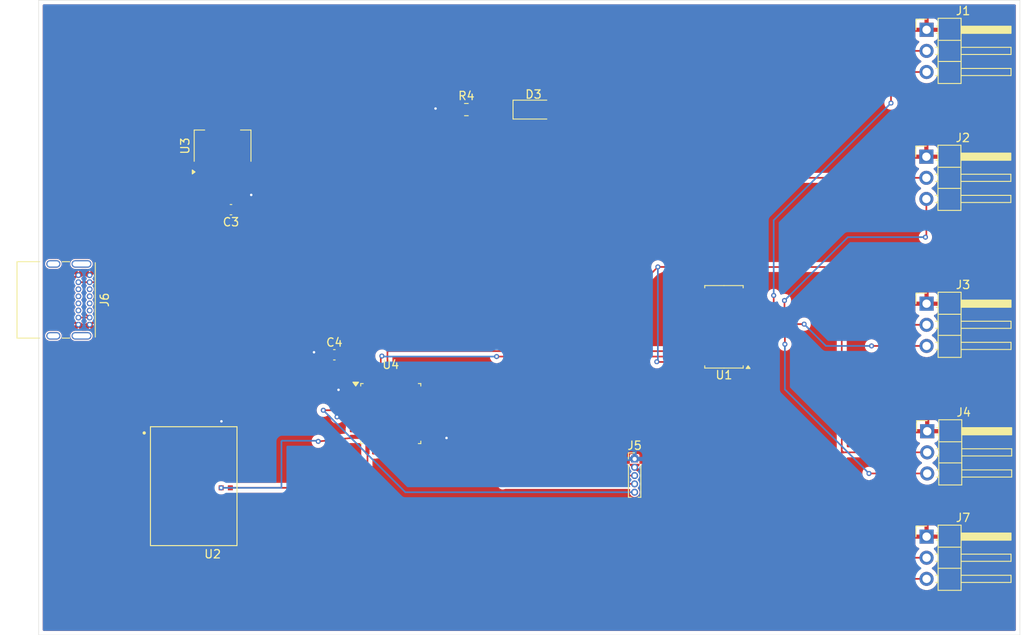
<source format=kicad_pcb>
(kicad_pcb (version 20241229) (generator "pcbnew") (generator_version "9.0")
  (layers (0 "F.Cu" signal) (2 "B.Cu" signal) (13 "F.Paste" user) (15 "B.Paste" user) (5 "F.SilkS" user "F.Silkscreen") (7 "B.SilkS" user "B.Silkscreen") (1 "F.Mask" user) (3 "B.Mask" user) (25 "Edge.Cuts" user))
  (net 0 "")
  (net 1 "+3.3V")
  (net 2 "GND")
  (net 3 "Net-(D3-A)")
  (net 4 "Net-(J1-Pin_3)")
  (net 5 "SWSCLK")
  (net 6 "SWDIO")
  (net 9 "5V")
  (net 18 "TX")
  (net 19 "RX")
  (net 23 "Net-(U1-SCL)")
  (net 27 "Net-(U1-SDA)")
  (net 35 "NRST")
  (net 53 "Net-(J2-Pin_3)")
  (net 54 "Net-(J3-Pin_3)")
  (net 55 "Net-(J4-Pin_3)")
  (net 56 "Net-(J7-Pin_3)")
  (footprint "Connector_PinHeader_2.54mm:PinHeader_1x03_P2.54mm_Horizontal" (layer "F.Cu") (at 185.0228 74.3712)
    (property "Reference" "J3" (at 4.385 -2.27 0) (layer "F.SilkS"))
    (property "Value" "Conn_01x03_Pin")
    (pad "1" thru_hole rect (at 0 0) (size 1.7 1.7) (drill 1) (layers "*.Cu" "*.Mask") (net 2 "GND"))
    (pad "2" thru_hole circle (at 0 2.54) (size 1.7 1.7) (drill 1) (layers "*.Cu" "*.Mask") (net 9 "5V"))
    (pad "3" thru_hole circle (at 0 5.08) (size 1.7 1.7) (drill 1) (layers "*.Cu" "*.Mask") (net 54 "Net-(J3-Pin_3)"))
  )
  (footprint "LED_SMD:LED_1206_3216Metric_Pad1.42x1.75mm_HandSolder" (layer "F.Cu") (at 137.7839 51.0286)
    (property "Reference" "D3" (at 0 -1.83 0) (layer "F.SilkS"))
    (property "Value" "LED")
    (pad "1" smd roundrect (at -1.4875 0) (size 1.425 1.75) (layers "F.Cu" "F.Mask" "F.Paste") (roundrect_rratio 0.175439) (net 2 "GND"))
    (pad "2" smd roundrect (at 1.4875 0) (size 1.425 1.75) (layers "F.Cu" "F.Mask" "F.Paste") (roundrect_rratio 0.175439) (net 3 "Net-(D3-A)"))
  )
  (footprint "Package_TO_SOT_SMD:SOT-223-3_TabPin2" (layer "F.Cu") (at 100.4183 55.3974 90)
    (property "Reference" "U3" (at 0 -4.5 90) (layer "F.SilkS"))
    (property "Value" "TC1262-33")
    (pad "1" smd roundrect (at -3.15 -2.3 90) (size 2 1.5) (layers "F.Cu" "F.Mask" "F.Paste") (net 9 "5V"))
    (pad "2" smd roundrect (at -3.15 0 90) (size 2 1.5) (layers "F.Cu" "F.Mask" "F.Paste") (net 2 "GND"))
    (pad "2" smd roundrect (at 3.15 0 90) (size 2 3.8) (layers "F.Cu" "F.Mask" "F.Paste") (net 2 "GND"))
    (pad "3" smd roundrect (at -3.15 2.3 90) (size 2 1.5) (layers "F.Cu" "F.Mask" "F.Paste") (net 1 "+3.3V"))
  )
  (footprint "Capacitor_SMD:C_0504_1310Metric_Pad0.83x1.28mm_HandSolder" (layer "F.Cu") (at 101.4297 63.0682 180)
    (property "Reference" "C3" (at 0 -1.49 0) (layer "F.SilkS"))
    (property "Value" "1")
    (pad "1" smd roundrect (at -0.6275 0 180) (size 0.835 1.28) (layers "F.Cu" "F.Mask" "F.Paste") (net 1 "+3.3V"))
    (pad "2" smd roundrect (at 0.6275 0 180) (size 0.835 1.28) (layers "F.Cu" "F.Mask" "F.Paste") (net 2 "GND"))
  )
  (footprint "Package_SO:TSSOP-28_4.4x9.7mm_P0.65mm" (layer "F.Cu") (at 160.6727 77.1542 180)
    (property "Reference" "U1" (at 0 -5.8 0) (layer "F.SilkS"))
    (property "Value" "PCA9685PW")
    (pad "1" smd roundrect (at -2.8625 -4.225 180) (size 1.475 0.4) (layers "F.Cu" "F.Mask" "F.Paste") (net 2 "GND"))
    (pad "2" smd roundrect (at -2.8625 -3.575 180) (size 1.475 0.4) (layers "F.Cu" "F.Mask" "F.Paste") (net 2 "GND"))
    (pad "3" smd roundrect (at -2.8625 -2.925 180) (size 1.475 0.4) (layers "F.Cu" "F.Mask" "F.Paste") (net 2 "GND"))
    (pad "4" smd roundrect (at -2.8625 -2.275 180) (size 1.475 0.4) (layers "F.Cu" "F.Mask" "F.Paste") (net 2 "GND"))
    (pad "5" smd roundrect (at -2.8625 -1.625 180) (size 1.475 0.4) (layers "F.Cu" "F.Mask" "F.Paste") (net 2 "GND"))
    (pad "6" smd roundrect (at -2.8625 -0.975 180) (size 1.475 0.4) (layers "F.Cu" "F.Mask" "F.Paste") (net 56 "Net-(J7-Pin_3)"))
    (pad "7" smd roundrect (at -2.8625 -0.325 180) (size 1.475 0.4) (layers "F.Cu" "F.Mask" "F.Paste") (net 55 "Net-(J4-Pin_3)"))
    (pad "8" smd roundrect (at -2.8625 0.325 180) (size 1.475 0.4) (layers "F.Cu" "F.Mask" "F.Paste") (net 54 "Net-(J3-Pin_3)"))
    (pad "9" smd roundrect (at -2.8625 0.975 180) (size 1.475 0.4) (layers "F.Cu" "F.Mask" "F.Paste") (net 53 "Net-(J2-Pin_3)"))
    (pad "10" smd roundrect (at -2.8625 1.625 180) (size 1.475 0.4) (layers "F.Cu" "F.Mask" "F.Paste") (net 4 "Net-(J1-Pin_3)"))
    (pad "11" smd roundrect (at -2.8625 2.275 180) (size 1.475 0.4) (layers "F.Cu" "F.Mask" "F.Paste"))
    (pad "12" smd roundrect (at -2.8625 2.925 180) (size 1.475 0.4) (layers "F.Cu" "F.Mask" "F.Paste"))
    (pad "13" smd roundrect (at -2.8625 3.575 180) (size 1.475 0.4) (layers "F.Cu" "F.Mask" "F.Paste"))
    (pad "14" smd roundrect (at -2.8625 4.225 180) (size 1.475 0.4) (layers "F.Cu" "F.Mask" "F.Paste") (net 2 "GND"))
    (pad "15" smd roundrect (at 2.8625 4.225 180) (size 1.475 0.4) (layers "F.Cu" "F.Mask" "F.Paste"))
    (pad "16" smd roundrect (at 2.8625 3.575 180) (size 1.475 0.4) (layers "F.Cu" "F.Mask" "F.Paste"))
    (pad "17" smd roundrect (at 2.8625 2.925 180) (size 1.475 0.4) (layers "F.Cu" "F.Mask" "F.Paste"))
    (pad "18" smd roundrect (at 2.8625 2.275 180) (size 1.475 0.4) (layers "F.Cu" "F.Mask" "F.Paste"))
    (pad "19" smd roundrect (at 2.8625 1.625 180) (size 1.475 0.4) (layers "F.Cu" "F.Mask" "F.Paste"))
    (pad "20" smd roundrect (at 2.8625 0.975 180) (size 1.475 0.4) (layers "F.Cu" "F.Mask" "F.Paste"))
    (pad "21" smd roundrect (at 2.8625 0.325 180) (size 1.475 0.4) (layers "F.Cu" "F.Mask" "F.Paste"))
    (pad "22" smd roundrect (at 2.8625 -0.325 180) (size 1.475 0.4) (layers "F.Cu" "F.Mask" "F.Paste"))
    (pad "23" smd roundrect (at 2.8625 -0.975 180) (size 1.475 0.4) (layers "F.Cu" "F.Mask" "F.Paste") (net 2 "GND"))
    (pad "24" smd roundrect (at 2.8625 -1.625 180) (size 1.475 0.4) (layers "F.Cu" "F.Mask" "F.Paste") (net 2 "GND"))
    (pad "25" smd roundrect (at 2.8625 -2.275 180) (size 1.475 0.4) (layers "F.Cu" "F.Mask" "F.Paste") (net 2 "GND"))
    (pad "26" smd roundrect (at 2.8625 -2.925 180) (size 1.475 0.4) (layers "F.Cu" "F.Mask" "F.Paste") (net 23 "Net-(U1-SCL)"))
    (pad "27" smd roundrect (at 2.8625 -3.575 180) (size 1.475 0.4) (layers "F.Cu" "F.Mask" "F.Paste") (net 27 "Net-(U1-SDA)"))
    (pad "28" smd roundrect (at 2.8625 -4.225 180) (size 1.475 0.4) (layers "F.Cu" "F.Mask" "F.Paste") (net 9 "5V"))
  )
  (footprint "Connector_USB:USB_C_Receptacle_GCT_USB4085" (layer "F.Cu") (at 84.4414 70.939 -90)
    (property "Reference" "J6" (at 2.975 -1.8 90) (layer "F.SilkS"))
    (property "Value" "USB_C_Receptacle_USB2.0_14P")
    (pad "A1" thru_hole circle (at 0 0 270) (size 0.7 0.7) (drill 0.4) (layers "*.Cu" "*.Mask") (net 2 "GND"))
    (pad "A4" thru_hole circle (at 0.85 0 270) (size 0.7 0.7) (drill 0.4) (layers "*.Cu" "*.Mask") (net 9 "5V"))
    (pad "A5" thru_hole circle (at 1.7 0 270) (size 0.7 0.7) (drill 0.4) (layers "*.Cu" "*.Mask"))
    (pad "A6" thru_hole circle (at 2.55 0 270) (size 0.7 0.7) (drill 0.4) (layers "*.Cu" "*.Mask"))
    (pad "A7" thru_hole circle (at 3.4 0 270) (size 0.7 0.7) (drill 0.4) (layers "*.Cu" "*.Mask"))
    (pad "A8" thru_hole circle (at 4.25 0 270) (size 0.7 0.7) (drill 0.4) (layers "*.Cu" "*.Mask"))
    (pad "A9" thru_hole circle (at 5.1 0 270) (size 0.7 0.7) (drill 0.4) (layers "*.Cu" "*.Mask") (net 9 "5V"))
    (pad "A12" thru_hole circle (at 5.95 0 270) (size 0.7 0.7) (drill 0.4) (layers "*.Cu" "*.Mask") (net 2 "GND"))
    (pad "B1" thru_hole circle (at 5.95 1.35 270) (size 0.7 0.7) (drill 0.4) (layers "*.Cu" "*.Mask") (net 2 "GND"))
    (pad "B4" thru_hole circle (at 5.1 1.35 270) (size 0.7 0.7) (drill 0.4) (layers "*.Cu" "*.Mask") (net 9 "5V"))
    (pad "B5" thru_hole circle (at 4.25 1.35 270) (size 0.7 0.7) (drill 0.4) (layers "*.Cu" "*.Mask"))
    (pad "B6" thru_hole circle (at 3.4 1.35 270) (size 0.7 0.7) (drill 0.4) (layers "*.Cu" "*.Mask"))
    (pad "B7" thru_hole circle (at 2.55 1.35 270) (size 0.7 0.7) (drill 0.4) (layers "*.Cu" "*.Mask"))
    (pad "B8" thru_hole circle (at 1.7 1.35 270) (size 0.7 0.7) (drill 0.4) (layers "*.Cu" "*.Mask"))
    (pad "B9" thru_hole circle (at 0.85 1.35 270) (size 0.7 0.7) (drill 0.4) (layers "*.Cu" "*.Mask") (net 9 "5V"))
    (pad "B12" thru_hole circle (at 0 1.35 270) (size 0.7 0.7) (drill 0.4) (layers "*.Cu" "*.Mask") (net 2 "GND"))
    (pad "S1" thru_hole oval (at -1.35 0.98 270) (size 0.9 2.4) (drill oval 0.6 2.1) (layers "*.Cu" "*.Mask"))
    (pad "S1" thru_hole oval (at -1.35 4.36 270) (size 0.9 1.7) (drill oval 0.6 1.4) (layers "*.Cu" "*.Mask"))
    (pad "S1" thru_hole oval (at 7.3 0.98 270) (size 0.9 2.4) (drill oval 0.6 2.1) (layers "*.Cu" "*.Mask"))
    (pad "S1" thru_hole oval (at 7.3 4.36 270) (size 0.9 1.7) (drill oval 0.6 1.4) (layers "*.Cu" "*.Mask"))
  )
  (footprint "NORA-W106-00B:XCVR_NORA-W106-00B" (layer "F.Cu") (at 96.9498 96.3192 180)
    (property "Reference" "U2" (at -2.275 -8.175 0) (layer "F.SilkS"))
    (property "Value" "NORA-W106-00B")
    (pad "A1" smd rect (at 4.4 6.4 180) (size 0.6 0.6) (layers "F.Cu" "F.Mask" "F.Paste") (net 2 "GND"))
    (pad "A2" smd rect (at 3.3 6.4 180) (size 0.6 0.6) (layers "F.Cu" "F.Mask" "F.Paste"))
    (pad "A3" smd rect (at 2.2 6.4 180) (size 0.6 0.6) (layers "F.Cu" "F.Mask" "F.Paste"))
    (pad "A4" smd rect (at 1.1 6.4 180) (size 0.6 0.6) (layers "F.Cu" "F.Mask" "F.Paste"))
    (pad "A5" smd rect (at 0 6.4 180) (size 0.6 0.6) (layers "F.Cu" "F.Mask" "F.Paste"))
    (pad "A6" smd rect (at -1.1 6.4 180) (size 0.6 0.6) (layers "F.Cu" "F.Mask" "F.Paste"))
    (pad "A7" smd rect (at -2.2 6.4 180) (size 0.6 0.6) (layers "F.Cu" "F.Mask" "F.Paste"))
    (pad "A8" smd rect (at -3.3 6.4 180) (size 0.6 0.6) (layers "F.Cu" "F.Mask" "F.Paste") (net 1 "+3.3V"))
    (pad "A9" smd rect (at -4.4 6.4 180) (size 0.6 0.6) (layers "F.Cu" "F.Mask" "F.Paste") (net 2 "GND"))
    (pad "B1" smd rect (at 4.4 5.3 180) (size 0.6 0.6) (layers "F.Cu" "F.Mask" "F.Paste"))
    (pad "B2" smd rect (at 3.3 5.3 180) (size 0.6 0.6) (layers "F.Cu" "F.Mask" "F.Paste") (net 2 "GND"))
    (pad "B3" smd rect (at 2.2 5.3 180) (size 0.6 0.6) (layers "F.Cu" "F.Mask" "F.Paste"))
    (pad "B4" smd rect (at 1.1 5.3 180) (size 0.6 0.6) (layers "F.Cu" "F.Mask" "F.Paste"))
    (pad "B5" smd rect (at 0 5.3 180) (size 0.6 0.6) (layers "F.Cu" "F.Mask" "F.Paste"))
    (pad "B6" smd rect (at -1.1 5.3 180) (size 0.6 0.6) (layers "F.Cu" "F.Mask" "F.Paste"))
    (pad "B7" smd rect (at -2.2 5.3 180) (size 0.6 0.6) (layers "F.Cu" "F.Mask" "F.Paste"))
    (pad "B8" smd rect (at -3.3 5.3 180) (size 0.6 0.6) (layers "F.Cu" "F.Mask" "F.Paste") (net 2 "GND"))
    (pad "B9" smd rect (at -4.4 5.3 180) (size 0.6 0.6) (layers "F.Cu" "F.Mask" "F.Paste"))
    (pad "C1" smd rect (at 4.4 4.2 180) (size 0.6 0.6) (layers "F.Cu" "F.Mask" "F.Paste"))
    (pad "C2" smd rect (at 3.3 4.2 180) (size 0.6 0.6) (layers "F.Cu" "F.Mask" "F.Paste"))
    (pad "C4" smd rect (at 1.1 4.2 180) (size 0.6 0.6) (layers "F.Cu" "F.Mask" "F.Paste"))
    (pad "C5" smd rect (at 0 4.2 180) (size 0.6 0.6) (layers "F.Cu" "F.Mask" "F.Paste"))
    (pad "C6" smd rect (at -1.1 4.2 180) (size 0.6 0.6) (layers "F.Cu" "F.Mask" "F.Paste"))
    (pad "C8" smd rect (at -3.3 4.2 180) (size 0.6 0.6) (layers "F.Cu" "F.Mask" "F.Paste"))
    (pad "C9" smd rect (at -4.4 4.2 180) (size 0.6 0.6) (layers "F.Cu" "F.Mask" "F.Paste"))
    (pad "D1" smd rect (at 4.4 3.1 180) (size 0.6 0.6) (layers "F.Cu" "F.Mask" "F.Paste"))
    (pad "D2" smd rect (at 3.3 3.1 180) (size 0.6 0.6) (layers "F.Cu" "F.Mask" "F.Paste"))
    (pad "D3" smd rect (at 2.2 3.1 180) (size 0.6 0.6) (layers "F.Cu" "F.Mask" "F.Paste"))
    (pad "D7" smd rect (at -2.2 3.1 180) (size 0.6 0.6) (layers "F.Cu" "F.Mask" "F.Paste"))
    (pad "D8" smd rect (at -3.3 3.1 180) (size 0.6 0.6) (layers "F.Cu" "F.Mask" "F.Paste"))
    (pad "D9" smd rect (at -4.4 3.1 180) (size 0.6 0.6) (layers "F.Cu" "F.Mask" "F.Paste"))
    (pad "E1" smd rect (at 4.4 2 180) (size 0.6 0.6) (layers "F.Cu" "F.Mask" "F.Paste"))
    (pad "E2" smd rect (at 3.3 2 180) (size 0.6 0.6) (layers "F.Cu" "F.Mask" "F.Paste"))
    (pad "E3" smd rect (at 2.2 2 180) (size 0.6 0.6) (layers "F.Cu" "F.Mask" "F.Paste"))
    (pad "E4" smd rect (at 0.55 2 180) (size 0.6 0.6) (layers "F.Cu" "F.Mask" "F.Paste") (net 2 "GND"))
    (pad "E5" smd rect (at -0.55 2 180) (size 0.6 0.6) (layers "F.Cu" "F.Mask" "F.Paste") (net 2 "GND"))
    (pad "E7" smd rect (at -2.2 2 180) (size 0.6 0.6) (layers "F.Cu" "F.Mask" "F.Paste"))
    (pad "E8" smd rect (at -3.3 2 180) (size 0.6 0.6) (layers "F.Cu" "F.Mask" "F.Paste"))
    (pad "E9" smd rect (at -4.4 2 180) (size 0.6 0.6) (layers "F.Cu" "F.Mask" "F.Paste"))
    (pad "F1" smd rect (at 4.4 0.9 180) (size 0.6 0.6) (layers "F.Cu" "F.Mask" "F.Paste"))
    (pad "F2" smd rect (at 3.3 0.9 180) (size 0.6 0.6) (layers "F.Cu" "F.Mask" "F.Paste"))
    (pad "F3" smd rect (at 2.2 0.9 180) (size 0.6 0.6) (layers "F.Cu" "F.Mask" "F.Paste"))
    (pad "F4" smd rect (at 0.55 0.9 180) (size 0.6 0.6) (layers "F.Cu" "F.Mask" "F.Paste") (net 2 "GND"))
    (pad "F5" smd rect (at -0.55 0.9 180) (size 0.6 0.6) (layers "F.Cu" "F.Mask" "F.Paste") (net 2 "GND"))
    (pad "F7" smd rect (at -2.2 0.9 180) (size 0.6 0.6) (layers "F.Cu" "F.Mask" "F.Paste"))
    (pad "F8" smd rect (at -3.3 0.9 180) (size 0.6 0.6) (layers "F.Cu" "F.Mask" "F.Paste"))
    (pad "F9" smd rect (at -4.4 0.9 180) (size 0.6 0.6) (layers "F.Cu" "F.Mask" "F.Paste"))
    (pad "G1" smd rect (at 4.4 -0.2 180) (size 0.6 0.6) (layers "F.Cu" "F.Mask" "F.Paste"))
    (pad "G2" smd rect (at 3.3 -0.2 180) (size 0.6 0.6) (layers "F.Cu" "F.Mask" "F.Paste"))
    (pad "G3" smd rect (at 2.2 -0.2 180) (size 0.6 0.6) (layers "F.Cu" "F.Mask" "F.Paste"))
    (pad "G4" smd rect (at 0.55 -0.2 180) (size 0.6 0.6) (layers "F.Cu" "F.Mask" "F.Paste"))
    (pad "G5" smd rect (at -0.55 -0.2 180) (size 0.6 0.6) (layers "F.Cu" "F.Mask" "F.Paste"))
    (pad "G7" smd rect (at -2.2 -0.2 180) (size 0.6 0.6) (layers "F.Cu" "F.Mask" "F.Paste"))
    (pad "G8" smd rect (at -3.3 -0.2 180) (size 0.6 0.6) (layers "F.Cu" "F.Mask" "F.Paste") (net 18 "TX"))
    (pad "G9" smd rect (at -4.4 -0.2 180) (size 0.6 0.6) (layers "F.Cu" "F.Mask" "F.Paste") (net 19 "RX"))
    (pad "H1" smd rect (at 4.4 -1.3 180) (size 0.6 0.6) (layers "F.Cu" "F.Mask" "F.Paste"))
    (pad "H2" smd rect (at 3.3 -1.3 180) (size 0.6 0.6) (layers "F.Cu" "F.Mask" "F.Paste"))
    (pad "H3" smd rect (at 2.2 -1.3 180) (size 0.6 0.6) (layers "F.Cu" "F.Mask" "F.Paste"))
    (pad "H7" smd rect (at -2.2 -1.3 180) (size 0.6 0.6) (layers "F.Cu" "F.Mask" "F.Paste"))
    (pad "H8" smd rect (at -3.3 -1.3 180) (size 0.6 0.6) (layers "F.Cu" "F.Mask" "F.Paste"))
    (pad "H9" smd rect (at -4.4 -1.3 180) (size 0.6 0.6) (layers "F.Cu" "F.Mask" "F.Paste"))
    (pad "J1" smd rect (at 4.4 -2.4 180) (size 0.6 0.6) (layers "F.Cu" "F.Mask" "F.Paste"))
    (pad "J2" smd rect (at 3.3 -2.4 180) (size 0.6 0.6) (layers "F.Cu" "F.Mask" "F.Paste"))
    (pad "J3" smd rect (at 2.2 -2.4 180) (size 0.6 0.6) (layers "F.Cu" "F.Mask" "F.Paste"))
    (pad "J4" smd rect (at 0.55 -2.4 180) (size 0.6 0.6) (layers "F.Cu" "F.Mask" "F.Paste"))
    (pad "J5" smd rect (at -0.55 -2.4 180) (size 0.6 0.6) (layers "F.Cu" "F.Mask" "F.Paste"))
    (pad "J7" smd rect (at -2.2 -2.4 180) (size 0.6 0.6) (layers "F.Cu" "F.Mask" "F.Paste"))
    (pad "J8" smd rect (at -3.3 -2.4 180) (size 0.6 0.6) (layers "F.Cu" "F.Mask" "F.Paste"))
    (pad "J9" smd rect (at -4.4 -2.4 180) (size 0.6 0.6) (layers "F.Cu" "F.Mask" "F.Paste"))
    (pad "K1" smd rect (at 4.4 -3.5 180) (size 0.6 0.6) (layers "F.Cu" "F.Mask" "F.Paste"))
    (pad "K2" smd rect (at 3.3 -3.5 180) (size 0.6 0.6) (layers "F.Cu" "F.Mask" "F.Paste") (net 2 "GND"))
    (pad "K3" smd rect (at 2.2 -3.5 180) (size 0.6 0.6) (layers "F.Cu" "F.Mask" "F.Paste") (net 2 "GND"))
    (pad "K5" smd rect (at 0 -3.5 180) (size 0.6 0.6) (layers "F.Cu" "F.Mask" "F.Paste") (net 2 "GND"))
    (pad "K7" smd rect (at -2.2 -3.5 180) (size 0.6 0.6) (layers "F.Cu" "F.Mask" "F.Paste") (net 2 "GND"))
    (pad "K8" smd rect (at -3.3 -3.5 180) (size 0.6 0.6) (layers "F.Cu" "F.Mask" "F.Paste") (net 2 "GND"))
    (pad "K9" smd rect (at -4.4 -3.5 180) (size 0.6 0.6) (layers "F.Cu" "F.Mask" "F.Paste"))
    (pad "L1" smd rect (at 4.4 -5 180) (size 0.6 0.6) (layers "F.Cu" "F.Mask" "F.Paste"))
    (pad "L9" smd rect (at -4.4 -5 180) (size 0.6 0.6) (layers "F.Cu" "F.Mask" "F.Paste"))
    (pad "M1" smd rect (at 4.4 -6.5 180) (size 0.6 0.6) (layers "F.Cu" "F.Mask" "F.Paste"))
    (pad "M2" smd rect (at 3.3 -6.5 180) (size 0.6 0.6) (layers "F.Cu" "F.Mask" "F.Paste"))
    (pad "M8" smd rect (at -3.3 -6.5 180) (size 0.6 0.6) (layers "F.Cu" "F.Mask" "F.Paste"))
    (pad "M9" smd rect (at -4.4 -6.5 180) (size 0.6 0.6) (layers "F.Cu" "F.Mask" "F.Paste"))
    (zone (net 0) (net_name "") (layer "F.Cu") (connect_pads (clearance 0)) (min_thickness 0.01)
      (keepout (tracks not_allowed) (vias not_allowed) (pads not_allowed) (copperpour not_allowed) (footprints allowed))
      (fill (thermal_gap 0.508) (thermal_bridge_width 0.508))
      (polygon (pts (xy 101.0498 100.1192) (xy 92.8498 100.1192) (xy 92.8498 102.5192) (xy 93.9498 102.5192) (xy 93.9498 103.3192) (xy 91.7498 103.3192) (xy 91.7498 103.4692) (xy 102.1498 103.4692) (xy 102.1498 103.3192) (xy 99.9498 103.3192) (xy 99.9498 102.5192) (xy 101.0498 102.5192)))
    )
  )
  (footprint "Connector_PinHeader_1.00mm:PinHeader_1x05_P1.00mm_Vertical" (layer "F.Cu") (at 149.9362 93.0468)
    (property "Reference" "J5" (at 0 -1.61 0) (layer "F.SilkS"))
    (property "Value" "Conn_01x05_Pin")
    (pad "1" thru_hole rect (at 0 0) (size 0.85 0.85) (drill 0.5) (layers "*.Cu" "*.Mask") (net 1 "+3.3V"))
    (pad "2" thru_hole circle (at 0 1) (size 0.85 0.85) (drill 0.5) (layers "*.Cu" "*.Mask") (net 2 "GND"))
    (pad "3" thru_hole circle (at 0 2) (size 0.85 0.85) (drill 0.5) (layers "*.Cu" "*.Mask") (net 5 "SWSCLK"))
    (pad "4" thru_hole circle (at 0 3) (size 0.85 0.85) (drill 0.5) (layers "*.Cu" "*.Mask") (net 6 "SWDIO"))
    (pad "5" thru_hole circle (at 0 4) (size 0.85 0.85) (drill 0.5) (layers "*.Cu" "*.Mask") (net 35 "NRST"))
  )
  (footprint "Resistor_SMD:R_0805_2012Metric_Pad1.20x1.40mm_HandSolder" (layer "F.Cu") (at 129.7178 51.0286)
    (property "Reference" "R4" (at 0 -1.65 0) (layer "F.SilkS"))
    (property "Value" "270")
    (pad "1" smd roundrect (at -1 0) (size 1.2 1.4) (layers "F.Cu" "F.Mask" "F.Paste") (roundrect_rratio 0.208333) (net 1 "+3.3V"))
    (pad "2" smd roundrect (at 1 0) (size 1.2 1.4) (layers "F.Cu" "F.Mask" "F.Paste") (roundrect_rratio 0.208333) (net 3 "Net-(D3-A)"))
  )
  (footprint "Connector_PinHeader_2.54mm:PinHeader_1x03_P2.54mm_Horizontal" (layer "F.Cu") (at 185.0228 41.4274)
    (property "Reference" "J1" (at 4.385 -2.27 0) (layer "F.SilkS"))
    (property "Value" "Conn_01x03_Pin")
    (pad "1" thru_hole rect (at 0 0) (size 1.7 1.7) (drill 1) (layers "*.Cu" "*.Mask") (net 2 "GND"))
    (pad "2" thru_hole circle (at 0 2.54) (size 1.7 1.7) (drill 1) (layers "*.Cu" "*.Mask") (net 9 "5V"))
    (pad "3" thru_hole circle (at 0 5.08) (size 1.7 1.7) (drill 1) (layers "*.Cu" "*.Mask") (net 4 "Net-(J1-Pin_3)"))
  )
  (footprint "Connector_PinHeader_2.54mm:PinHeader_1x03_P2.54mm_Horizontal" (layer "F.Cu") (at 185.0228 102.3874)
    (property "Reference" "J7" (at 4.385 -2.27 0) (layer "F.SilkS"))
    (property "Value" "Conn_01x03_Pin")
    (pad "1" thru_hole rect (at 0 0) (size 1.7 1.7) (drill 1) (layers "*.Cu" "*.Mask") (net 2 "GND"))
    (pad "2" thru_hole circle (at 0 2.54) (size 1.7 1.7) (drill 1) (layers "*.Cu" "*.Mask") (net 9 "5V"))
    (pad "3" thru_hole circle (at 0 5.08) (size 1.7 1.7) (drill 1) (layers "*.Cu" "*.Mask") (net 56 "Net-(J7-Pin_3)"))
  )
  (footprint "Connector_PinHeader_2.54mm:PinHeader_1x03_P2.54mm_Horizontal" (layer "F.Cu") (at 184.9974 56.6928)
    (property "Reference" "J2" (at 4.385 -2.27 0) (layer "F.SilkS"))
    (property "Value" "Conn_01x03_Pin")
    (pad "1" thru_hole rect (at 0 0) (size 1.7 1.7) (drill 1) (layers "*.Cu" "*.Mask") (net 2 "GND"))
    (pad "2" thru_hole circle (at 0 2.54) (size 1.7 1.7) (drill 1) (layers "*.Cu" "*.Mask") (net 9 "5V"))
    (pad "3" thru_hole circle (at 0 5.08) (size 1.7 1.7) (drill 1) (layers "*.Cu" "*.Mask") (net 53 "Net-(J2-Pin_3)"))
  )
  (footprint "Capacitor_SMD:C_0504_1310Metric_Pad0.83x1.28mm_HandSolder" (layer "F.Cu") (at 113.8503 80.518)
    (property "Reference" "C4" (at 0 -1.49 0) (layer "F.SilkS"))
    (property "Value" ".1u")
    (pad "1" smd roundrect (at -0.6275 0) (size 0.835 1.28) (layers "F.Cu" "F.Mask" "F.Paste") (net 1 "+3.3V"))
    (pad "2" smd roundrect (at 0.6275 0) (size 0.835 1.28) (layers "F.Cu" "F.Mask" "F.Paste") (net 2 "GND"))
  )
  (footprint "Package_QFP:LQFP-32_7x7mm_P0.8mm" (layer "F.Cu") (at 120.6306 87.5886)
    (property "Reference" "U4" (at 0 -5.88 0) (layer "F.SilkS"))
    (property "Value" "STM32L031K6Tx")
    (pad "1" smd roundrect (at -4.175 -2.8) (size 1.5 0.5) (layers "F.Cu" "F.Mask" "F.Paste") (net 1 "+3.3V"))
    (pad "2" smd roundrect (at -4.175 -2) (size 1.5 0.5) (layers "F.Cu" "F.Mask" "F.Paste"))
    (pad "3" smd roundrect (at -4.175 -1.2) (size 1.5 0.5) (layers "F.Cu" "F.Mask" "F.Paste"))
    (pad "4" smd roundrect (at -4.175 -0.4) (size 1.5 0.5) (layers "F.Cu" "F.Mask" "F.Paste") (net 35 "NRST"))
    (pad "5" smd roundrect (at -4.175 0.4) (size 1.5 0.5) (layers "F.Cu" "F.Mask" "F.Paste") (net 1 "+3.3V"))
    (pad "6" smd roundrect (at -4.175 1.2) (size 1.5 0.5) (layers "F.Cu" "F.Mask" "F.Paste"))
    (pad "7" smd roundrect (at -4.175 2) (size 1.5 0.5) (layers "F.Cu" "F.Mask" "F.Paste"))
    (pad "8" smd roundrect (at -4.175 2.8) (size 1.5 0.5) (layers "F.Cu" "F.Mask" "F.Paste") (net 18 "TX"))
    (pad "9" smd roundrect (at -2.8 4.175) (size 0.5 1.5) (layers "F.Cu" "F.Mask" "F.Paste") (net 19 "RX"))
    (pad "10" smd roundrect (at -2 4.175) (size 0.5 1.5) (layers "F.Cu" "F.Mask" "F.Paste"))
    (pad "11" smd roundrect (at -1.2 4.175) (size 0.5 1.5) (layers "F.Cu" "F.Mask" "F.Paste"))
    (pad "12" smd roundrect (at -0.4 4.175) (size 0.5 1.5) (layers "F.Cu" "F.Mask" "F.Paste"))
    (pad "13" smd roundrect (at 0.4 4.175) (size 0.5 1.5) (layers "F.Cu" "F.Mask" "F.Paste"))
    (pad "14" smd roundrect (at 1.2 4.175) (size 0.5 1.5) (layers "F.Cu" "F.Mask" "F.Paste"))
    (pad "15" smd roundrect (at 2 4.175) (size 0.5 1.5) (layers "F.Cu" "F.Mask" "F.Paste"))
    (pad "16" smd roundrect (at 2.8 4.175) (size 0.5 1.5) (layers "F.Cu" "F.Mask" "F.Paste") (net 2 "GND"))
    (pad "17" smd roundrect (at 4.175 2.8) (size 1.5 0.5) (layers "F.Cu" "F.Mask" "F.Paste") (net 1 "+3.3V"))
    (pad "18" smd roundrect (at 4.175 2) (size 1.5 0.5) (layers "F.Cu" "F.Mask" "F.Paste"))
    (pad "19" smd roundrect (at 4.175 1.2) (size 1.5 0.5) (layers "F.Cu" "F.Mask" "F.Paste"))
    (pad "20" smd roundrect (at 4.175 0.4) (size 1.5 0.5) (layers "F.Cu" "F.Mask" "F.Paste"))
    (pad "21" smd roundrect (at 4.175 -0.4) (size 1.5 0.5) (layers "F.Cu" "F.Mask" "F.Paste"))
    (pad "22" smd roundrect (at 4.175 -1.2) (size 1.5 0.5) (layers "F.Cu" "F.Mask" "F.Paste"))
    (pad "23" smd roundrect (at 4.175 -2) (size 1.5 0.5) (layers "F.Cu" "F.Mask" "F.Paste") (net 6 "SWDIO"))
    (pad "24" smd roundrect (at 4.175 -2.8) (size 1.5 0.5) (layers "F.Cu" "F.Mask" "F.Paste") (net 5 "SWSCLK"))
    (pad "25" smd roundrect (at 2.8 -4.175) (size 0.5 1.5) (layers "F.Cu" "F.Mask" "F.Paste"))
    (pad "26" smd roundrect (at 2 -4.175) (size 0.5 1.5) (layers "F.Cu" "F.Mask" "F.Paste"))
    (pad "27" smd roundrect (at 1.2 -4.175) (size 0.5 1.5) (layers "F.Cu" "F.Mask" "F.Paste"))
    (pad "28" smd roundrect (at 0.4 -4.175) (size 0.5 1.5) (layers "F.Cu" "F.Mask" "F.Paste"))
    (pad "29" smd roundrect (at -0.4 -4.175) (size 0.5 1.5) (layers "F.Cu" "F.Mask" "F.Paste") (net 23 "Net-(U1-SCL)"))
    (pad "30" smd roundrect (at -1.2 -4.175) (size 0.5 1.5) (layers "F.Cu" "F.Mask" "F.Paste") (net 27 "Net-(U1-SDA)"))
    (pad "31" smd roundrect (at -2 -4.175) (size 0.5 1.5) (layers "F.Cu" "F.Mask" "F.Paste") (net 2 "GND"))
    (pad "32" smd roundrect (at -2.8 -4.175) (size 0.5 1.5) (layers "F.Cu" "F.Mask" "F.Paste") (net 2 "GND"))
  )
  (footprint "Connector_PinHeader_2.54mm:PinHeader_1x03_P2.54mm_Horizontal" (layer "F.Cu") (at 185.099 89.7128)
    (property "Reference" "J4" (at 4.385 -2.27 0) (layer "F.SilkS"))
    (property "Value" "Conn_01x03_Pin")
    (pad "1" thru_hole rect (at 0 0) (size 1.7 1.7) (drill 1) (layers "*.Cu" "*.Mask") (net 2 "GND"))
    (pad "2" thru_hole circle (at 0 2.54) (size 1.7 1.7) (drill 1) (layers "*.Cu" "*.Mask") (net 9 "5V"))
    (pad "3" thru_hole circle (at 0 5.08) (size 1.7 1.7) (drill 1) (layers "*.Cu" "*.Mask") (net 55 "Net-(J4-Pin_3)"))
  )
  (gr_line (start 100.2538 89.8906) (end 100.2792 88.519) (stroke (width 0.2)) (layer "F.Cu") (net 1))
  (gr_line (start 112.014 90.932) (end 116.3574 90.4748) (stroke (width 0.2)) (layer "F.Cu") (net 18))
  (gr_rect (start 78.3082 37.8714) (end 196.2404 114.2238) (stroke (width 0.05)) (fill no) (layer "Edge.Cuts"))
  (segment (start 114.176 87.9886) (end 116.4556 87.9886) (width 0.2) (layer "F.Cu") (net 1))
  (segment (start 126.1364 51.0286) (end 128.7178 51.0286) (width 0.2) (layer "F.Cu") (net 1))
  (segment (start 103.8352 61.2902) (end 102.0572 63.0682) (width 0.2) (layer "F.Cu") (net 1))
  (segment (start 114.3508 84.7344) (end 114.405 84.7886) (width 0.2) (layer "F.Cu") (net 1))
  (segment (start 111.4044 80.2132) (end 112.918 80.2132) (width 0.2) (layer "F.Cu") (net 1))
  (segment (start 114.173 87.9856) (end 114.176 87.9886) (width 0.2) (layer "F.Cu") (net 1))
  (segment (start 127.1932 90.3886) (end 127.3302 90.5256) (width 0.2) (layer "F.Cu") (net 1))
  (segment (start 102.7183 60.1479) (end 102.7183 58.5474) (width 0.2) (layer "F.Cu") (net 1))
  (segment (start 114.405 84.7886) (end 116.4556 84.7886) (width 0.2) (layer "F.Cu") (net 1))
  (segment (start 103.8606 61.2902) (end 103.8352 61.2902) (width 0.2) (layer "F.Cu") (net 1))
  (segment (start 126.0094 50.9016) (end 126.1364 51.0286) (width 0.2) (layer "F.Cu") (net 1))
  (segment (start 103.8606 61.2902) (end 102.7183 60.1479) (width 0.2) (layer "F.Cu") (net 1))
  (segment (start 124.8056 90.3886) (end 127.1932 90.3886) (width 0.2) (layer "F.Cu") (net 1))
  (segment (start 112.918 80.2132) (end 113.2228 80.518) (width 0.2) (layer "F.Cu") (net 1))
  (via (at 103.8606 61.2902) (size 0.6) (drill 0.3) (layers "F.Cu" "B.Cu") (net 1))
  (via (at 126.0094 50.9016) (size 0.6) (drill 0.3) (layers "F.Cu" "B.Cu") (net 1))
  (via (at 114.3508 84.7344) (size 0.6) (drill 0.3) (layers "F.Cu" "B.Cu") (net 1))
  (via (at 127.3302 90.5256) (size 0.6) (drill 0.3) (layers "F.Cu" "B.Cu") (net 1))
  (via (at 111.4044 80.2132) (size 0.6) (drill 0.3) (layers "F.Cu" "B.Cu") (net 1))
  (via (at 114.173 87.9856) (size 0.6) (drill 0.3) (layers "F.Cu" "B.Cu") (net 1))
  (via (at 100.2792 88.519) (size 0.6) (drill 0.3) (layers "F.Cu" "B.Cu") (net 1))
  (segment (start 95.4278 96.3912) (end 96.3998 95.4192) (width 0.2) (layer "F.Cu") (net 2))
  (segment (start 97.4998 95.4192) (end 96.3998 94.3192) (width 0.2) (layer "F.Cu") (net 2))
  (segment (start 100.2498 99.8192) (end 99.0478 99.8192) (width 0.2) (layer "F.Cu") (net 2))
  (segment (start 100.4183 58.5474) (end 100.4183 62.6843) (width 0.2) (layer "F.Cu") (net 2))
  (segment (start 96.3998 94.3192) (end 96.3998 93.7692) (width 0.2) (layer "F.Cu") (net 2))
  (segment (start 98.1008 96.0202) (end 97.4998 95.4192) (width 0.2) (layer "F.Cu") (net 2))
  (segment (start 96.3998 95.4192) (end 97.4998 95.4192) (width 0.2) (layer "F.Cu") (net 2))
  (segment (start 97.4998 93.7692) (end 101.3498 89.9192) (width 0.2) (layer "F.Cu") (net 2))
  (segment (start 95.4278 99.1412) (end 95.4278 96.3912) (width 0.2) (layer "F.Cu") (net 2))
  (segment (start 96.3998 93.7692) (end 92.5498 89.9192) (width 0.2) (layer "F.Cu") (net 2))
  (segment (start 100.4183 62.6843) (end 100.8022 63.0682) (width 0.2) (layer "F.Cu") (net 2))
  (segment (start 97.4998 94.3192) (end 97.4998 95.4192) (width 0.2) (layer "F.Cu") (net 2))
  (segment (start 97.4998 94.3192) (end 97.4998 93.7692) (width 0.2) (layer "F.Cu") (net 2))
  (segment (start 93.6498 99.8192) (end 96.9498 99.8192) (width 0.2) (layer "F.Cu") (net 2))
  (segment (start 84.4414 70.939) (end 83.0914 70.939) (width 0.2) (layer "F.Cu") (net 2))
  (segment (start 98.1008 98.8722) (end 98.1008 96.0202) (width 0.2) (layer "F.Cu") (net 2))
  (segment (start 94.7498 99.8192) (end 95.4278 99.1412) (width 0.2) (layer "F.Cu") (net 2))
  (segment (start 99.0478 99.8192) (end 98.1008 98.8722) (width 0.2) (layer "F.Cu") (net 2))
  (segment (start 84.4414 76.889) (end 83.0914 76.889) (width 0.2) (layer "F.Cu") (net 2))
  (segment (start 142.2654 48.895) (end 142.2654 51.054) (width 0.2) (layer "F.Cu") (net 3))
  (segment (start 142.24 51.0286) (end 139.2714 51.0286) (width 0.2) (layer "F.Cu") (net 3))
  (segment (start 130.7178 48.9298) (end 130.683 48.895) (width 0.2) (layer "F.Cu") (net 3))
  (segment (start 142.2654 51.054) (end 142.24 51.0286) (width 0.2) (layer "F.Cu") (net 3))
  (segment (start 130.7178 51.0286) (end 130.7178 48.9298) (width 0.2) (layer "F.Cu") (net 3))
  (segment (start 130.683 48.895) (end 142.2654 48.895) (width 0.2) (layer "F.Cu") (net 3))
  (segment (start 166.6494 75.5396) (end 166.6494 73.3806) (width 0.2) (layer "F.Cu") (net 4))
  (segment (start 163.5352 75.5292) (end 166.639 75.5292) (width 0.2) (layer "F.Cu") (net 4))
  (segment (start 181.1528 46.5074) (end 181.0766 46.4312) (width 0.2) (layer "F.Cu") (net 4))
  (segment (start 185.0228 46.5074) (end 181.1528 46.5074) (width 0.2) (layer "F.Cu") (net 4))
  (segment (start 180.7464 46.7614) (end 180.7464 50.2412) (width 0.2) (layer "F.Cu") (net 4))
  (segment (start 166.6494 73.3806) (end 166.6494 73.3552) (width 0.2) (layer "F.Cu") (net 4))
  (segment (start 166.6494 73.3552) (end 166.6748 73.3298) (width 0.2) (layer "F.Cu") (net 4))
  (segment (start 180.7464 50.2412) (end 180.7464 50.3174) (width 0.2) (layer "F.Cu") (net 4))
  (segment (start 181.0766 46.4312) (end 180.7464 46.7614) (width 0.2) (layer "F.Cu") (net 4))
  (segment (start 166.639 75.5292) (end 166.6494 75.5396) (width 0.2) (layer "F.Cu") (net 4))
  (via (at 166.6494 73.3806) (size 0.6) (drill 0.3) (layers "F.Cu" "B.Cu") (net 4))
  (via (at 180.7464 50.2412) (size 0.6) (drill 0.3) (layers "F.Cu" "B.Cu") (net 4))
  (segment (start 166.6494 73.3806) (end 166.6494 64.3382) (width 0.2) (layer "B.Cu") (net 4))
  (segment (start 166.6494 64.3382) (end 180.7464 50.2412) (width 0.2) (layer "B.Cu") (net 4))
  (segment (start 136.3726 84.6836) (end 136.3472 84.6582) (width 0.2) (layer "F.Cu") (net 5))
  (segment (start 149.9362 95.0468) (end 136.3726 95.0468) (width 0.2) (layer "F.Cu") (net 5))
  (segment (start 136.2168 84.7886) (end 124.8056 84.7886) (width 0.2) (layer "F.Cu") (net 5))
  (segment (start 136.3726 95.0468) (end 136.3726 84.6836) (width 0.2) (layer "F.Cu") (net 5))
  (segment (start 136.3472 84.6582) (end 136.2168 84.7886) (width 0.2) (layer "F.Cu") (net 5))
  (segment (start 134.0866 85.7758) (end 134.2738 85.5886) (width 0.2) (layer "F.Cu") (net 6))
  (segment (start 149.9362 96.0468) (end 134.1534 96.0468) (width 0.2) (layer "F.Cu") (net 6))
  (segment (start 134.2738 85.5886) (end 124.8056 85.5886) (width 0.2) (layer "F.Cu") (net 6))
  (segment (start 134.1534 96.0468) (end 134.0866 96.1136) (width 0.2) (layer "F.Cu") (net 6))
  (segment (start 134.0866 96.1136) (end 134.0866 85.7758) (width 0.2) (layer "F.Cu") (net 6))
  (segment (start 84.4414 71.789) (end 83.0914 71.789) (width 0.2) (layer "F.Cu") (net 9))
  (segment (start 178.3334 46.355) (end 178.3334 43.6372) (width 0.2) (layer "F.Cu") (net 9))
  (segment (start 164.7698 59.9186) (end 178.3334 46.355) (width 0.2) (layer "F.Cu") (net 9))
  (segment (start 84.4414 76.039) (end 84.370746 76.039) (width 0.2) (layer "F.Cu") (net 9))
  (segment (start 164.7698 59.9186) (end 164.7952 59.8932) (width 0.2) (layer "F.Cu") (net 9))
  (segment (start 175.0822 92.2528) (end 175.0568 92.2782) (width 0.2) (layer "F.Cu") (net 9))
  (segment (start 175.0314 104.9274) (end 174.8282 104.7242) (width 0.2) (layer "F.Cu") (net 9))
  (segment (start 165.6334 59.2328) (end 164.7952 60.071) (width 0.2) (layer "F.Cu") (net 9))
  (segment (start 150.9757 71.7061) (end 152.7302 69.9516) (width 0.2) (layer "F.Cu") (net 9))
  (segment (start 174.267 69.9632) (end 164.8968 69.9632) (width 0.2) (layer "F.Cu") (net 9))
  (segment (start 178.3334 43.6372) (end 178.6636 43.9674) (width 0.2) (layer "F.Cu") (net 9))
  (segment (start 83.7904 71.945026) (end 83.946426 71.789) (width 0.2) (layer "F.Cu") (net 9))
  (segment (start 185.0228 76.9112) (end 174.8282 76.9112) (width 0.2) (layer "F.Cu") (net 9))
  (segment (start 175.0568 92.2782) (end 174.8282 92.0496) (width 0.2) (layer "F.Cu") (net 9))
  (segment (start 185.0228 104.9274) (end 175.0314 104.9274) (width 0.2) (layer "F.Cu") (net 9))
  (segment (start 152.7302 69.9516) (end 159.104 69.9516) (width 0.2) (layer "F.Cu") (net 9))
  (segment (start 164.7952 69.8616) (end 164.8968 69.9632) (width 0.2) (layer "F.Cu") (net 9))
  (segment (start 174.8282 76.9112) (end 174.7774 76.962) (width 0.2) (layer "F.Cu") (net 9))
  (segment (start 83.946426 71.789) (end 84.4414 71.789) (width 0.2) (layer "F.Cu") (net 9))
  (segment (start 84.4414 71.789) (end 98.0354 71.789) (width 0.2) (layer "F.Cu") (net 9))
  (segment (start 184.9974 59.2328) (end 165.6334 59.2328) (width 0.2) (layer "F.Cu") (net 9))
  (segment (start 174.7774 76.962) (end 174.7774 70.4736) (width 0.2) (layer "F.Cu") (net 9))
  (segment (start 178.6636 43.9674) (end 185.0228 43.9674) (width 0.2) (layer "F.Cu") (net 9))
  (segment (start 152.6262 81.3792) (end 152.6032 81.3562) (width 0.2) (layer "F.Cu") (net 9))
  (segment (start 164.7952 60.071) (end 164.7952 69.8616) (width 0.2) (layer "F.Cu") (net 9))
  (segment (start 159.1156 69.9632) (end 164.8968 69.9632) (width 0.2) (layer "F.Cu") (net 9))
  (segment (start 159.104 69.9516) (end 159.1156 69.9632) (width 0.2) (layer "F.Cu") (net 9))
  (segment (start 98.1183 71.7061) (end 98.1183 58.5474) (width 0.2) (layer "F.Cu") (net 9))
  (segment (start 83.7904 75.458654) (end 83.7904 71.945026) (width 0.2) (layer "F.Cu") (net 9))
  (segment (start 157.8102 81.3792) (end 152.6262 81.3792) (width 0.2) (layer "F.Cu") (net 9))
  (segment (start 174.8282 104.7242) (end 174.8282 91.313) (width 0.2) (layer "F.Cu") (net 9))
  (segment (start 174.7774 70.4736) (end 174.267 69.9632) (width 0.2) (layer "F.Cu") (net 9))
  (segment (start 98.0354 71.789) (end 98.1183 71.7061) (width 0.2) (layer "F.Cu") (net 9))
  (segment (start 98.1183 71.7061) (end 150.9757 71.7061) (width 0.2) (layer "F.Cu") (net 9))
  (segment (start 84.370746 76.039) (end 83.7904 75.458654) (width 0.2) (layer "F.Cu") (net 9))
  (segment (start 174.8282 91.313) (end 174.8282 76.9112) (width 0.2) (layer "F.Cu") (net 9))
  (segment (start 174.8282 92.0496) (end 174.8282 91.313) (width 0.2) (layer "F.Cu") (net 9))
  (segment (start 164.7952 59.8932) (end 164.7952 60.071) (width 0.2) (layer "F.Cu") (net 9))
  (segment (start 83.0914 76.039) (end 84.4414 76.039) (width 0.2) (layer "F.Cu") (net 9))
  (segment (start 185.099 92.2528) (end 175.0822 92.2528) (width 0.2) (layer "F.Cu") (net 9))
  (via (at 152.6032 81.3562) (size 0.6) (drill 0.3) (layers "F.Cu" "B.Cu") (net 9))
  (via (at 152.7302 69.9516) (size 0.6) (drill 0.3) (layers "F.Cu" "B.Cu") (net 9))
  (segment (start 152.7302 81.2292) (end 152.7302 69.9516) (width 0.2) (layer "B.Cu") (net 9))
  (segment (start 152.6032 81.3562) (end 152.7302 81.2292) (width 0.2) (layer "B.Cu") (net 9))
  (via (at 100.2498 96.5192) (size 0.6) (drill 0.3) (layers "F.Cu" "B.Cu") (net 18))
  (via (at 111.9124 90.932) (size 0.6) (drill 0.3) (layers "F.Cu" "B.Cu") (net 18))
  (segment (start 107.4928 96.4692) (end 107.4928 90.932) (width 0.2) (layer "B.Cu") (net 18))
  (segment (start 107.4928 90.932) (end 107.569 90.8558) (width 0.2) (layer "B.Cu") (net 18))
  (segment (start 111.8362 90.8558) (end 111.9124 90.932) (width 0.2) (layer "B.Cu") (net 18))
  (segment (start 100.2498 96.5192) (end 107.4428 96.5192) (width 0.2) (layer "B.Cu") (net 18))
  (segment (start 107.4428 96.5192) (end 107.4928 96.4692) (width 0.2) (layer "B.Cu") (net 18))
  (segment (start 107.569 90.8558) (end 111.8362 90.8558) (width 0.2) (layer "B.Cu") (net 18))
  (segment (start 101.3498 96.5192) (end 117.8806 96.5192) (width 0.2) (layer "F.Cu") (net 19))
  (segment (start 117.8306 96.4692) (end 117.8306 91.7636) (width 0.2) (layer "F.Cu") (net 19))
  (segment (start 117.8806 96.5192) (end 117.8306 96.4692) (width 0.2) (layer "F.Cu") (net 19))
  (segment (start 120.3128 80.0792) (end 120.2944 80.0608) (width 0.2) (layer "F.Cu") (net 23))
  (segment (start 120.2306 80.1246) (end 120.2306 83.4136) (width 0.2) (layer "F.Cu") (net 23))
  (segment (start 120.2944 80.0608) (end 120.2306 80.1246) (width 0.2) (layer "F.Cu") (net 23))
  (segment (start 157.8102 80.0792) (end 120.3128 80.0792) (width 0.2) (layer "F.Cu") (net 23))
  (segment (start 119.4306 80.7976) (end 119.4306 83.4136) (width 0.2) (layer "F.Cu") (net 27))
  (segment (start 157.8102 80.7292) (end 133.35 80.7292) (width 0.2) (layer "F.Cu") (net 27))
  (segment (start 133.2564 80.7292) (end 133.223 80.6958) (width 0.2) (layer "F.Cu") (net 27))
  (segment (start 119.5578 80.6704) (end 119.4306 80.7976) (width 0.2) (layer "F.Cu") (net 27))
  (segment (start 133.35 80.7292) (end 133.2564 80.7292) (width 0.2) (layer "F.Cu") (net 27))
  (via (at 133.35 80.7292) (size 0.6) (drill 0.3) (layers "F.Cu" "B.Cu") (net 27))
  (via (at 119.5578 80.6704) (size 0.6) (drill 0.3) (layers "F.Cu" "B.Cu") (net 27))
  (segment (start 133.35 80.7292) (end 119.6166 80.7292) (width 0.2) (layer "B.Cu") (net 27))
  (segment (start 119.6166 80.7292) (end 119.5578 80.6704) (width 0.2) (layer "B.Cu") (net 27))
  (segment (start 119.5578 80.6704) (end 119.507 80.6196) (width 0.2) (layer "B.Cu") (net 27))
  (segment (start 116.4556 87.1886) (end 112.522 87.1886) (width 0.2) (layer "F.Cu") (net 35))
  (via (at 112.522 87.1886) (size 0.6) (drill 0.3) (layers "F.Cu" "B.Cu") (net 35))
  (segment (start 122.3802 97.0468) (end 112.522 87.1886) (width 0.2) (layer "B.Cu") (net 35))
  (segment (start 149.9362 97.0468) (end 122.3802 97.0468) (width 0.2) (layer "B.Cu") (net 35))
  (segment (start 167.9148 76.1792) (end 167.9448 76.1492) (width 0.2) (layer "F.Cu") (net 53))
  (segment (start 184.9974 61.7728) (end 184.9974 66.2594) (width 0.2) (layer "F.Cu") (net 53))
  (segment (start 167.9448 73.9902) (end 167.9448 73.914) (width 0.2) (layer "F.Cu") (net 53))
  (segment (start 163.5352 76.1792) (end 167.9148 76.1792) (width 0.2) (layer "F.Cu") (net 53))
  (segment (start 167.9448 76.1492) (end 167.9448 73.9902) (width 0.2) (layer "F.Cu") (net 53))
  (segment (start 184.9974 66.2594) (end 184.8866 66.3702) (width 0.2) (layer "F.Cu") (net 53))
  (via (at 184.8866 66.3702) (size 0.6) (drill 0.3) (layers "F.Cu" "B.Cu") (net 53))
  (via (at 167.9448 73.9902) (size 0.6) (drill 0.3) (layers "F.Cu" "B.Cu") (net 53))
  (segment (start 175.5648 66.3702) (end 184.8866 66.3702) (width 0.2) (layer "B.Cu") (net 53))
  (segment (start 167.9448 73.9902) (end 175.5648 66.3702) (width 0.2) (layer "B.Cu") (net 53))
  (segment (start 185.0228 79.4512) (end 178.4096 79.4512) (width 0.2) (layer "F.Cu") (net 54))
  (segment (start 170.4282 76.8292) (end 170.4848 76.8858) (width 0.2) (layer "F.Cu") (net 54))
  (segment (start 163.5352 76.8292) (end 170.307 76.8292) (width 0.2) (layer "F.Cu") (net 54))
  (segment (start 178.4096 79.4512) (end 178.3842 79.4512) (width 0.2) (layer "F.Cu") (net 54))
  (segment (start 170.307 76.8292) (end 170.4282 76.8292) (width 0.2) (layer "F.Cu") (net 54))
  (segment (start 178.3842 79.4512) (end 178.3334 79.502) (width 0.2) (layer "F.Cu") (net 54))
  (via (at 178.4096 79.4512) (size 0.6) (drill 0.3) (layers "F.Cu" "B.Cu") (net 54))
  (via (at 170.307 76.8292) (size 0.6) (drill 0.3) (layers "F.Cu" "B.Cu") (net 54))
  (segment (start 172.929 79.4512) (end 170.307 76.8292) (width 0.2) (layer "B.Cu") (net 54))
  (segment (start 178.4096 79.4512) (end 172.929 79.4512) (width 0.2) (layer "B.Cu") (net 54))
  (segment (start 178.1048 94.7928) (end 178.0032 94.7928) (width 0.2) (layer "F.Cu") (net 55))
  (segment (start 163.5352 77.4792) (end 167.9794 77.4792) (width 0.2) (layer "F.Cu") (net 55))
  (segment (start 167.9956 79.248) (end 167.9956 79.3242) (width 0.2) (layer "F.Cu") (net 55))
  (segment (start 168.021 77.5208) (end 167.9956 77.5462) (width 0.2) (layer "F.Cu") (net 55))
  (segment (start 178.0032 94.7928) (end 177.9524 94.8436) (width 0.2) (layer "F.Cu") (net 55))
  (segment (start 167.9956 77.5462) (end 167.9956 79.248) (width 0.2) (layer "F.Cu") (net 55))
  (segment (start 167.9794 77.4792) (end 168.021 77.5208) (width 0.2) (layer "F.Cu") (net 55))
  (segment (start 185.099 94.7928) (end 178.1048 94.7928) (width 0.2) (layer "F.Cu") (net 55))
  (via (at 167.9956 79.248) (size 0.6) (drill 0.3) (layers "F.Cu" "B.Cu") (net 55))
  (via (at 178.1048 94.7928) (size 0.6) (drill 0.3) (layers "F.Cu" "B.Cu") (net 55))
  (segment (start 167.9956 84.6836) (end 178.1048 94.7928) (width 0.2) (layer "B.Cu") (net 55))
  (segment (start 167.9956 79.248) (end 167.9956 84.6836) (width 0.2) (layer "B.Cu") (net 55))
  (segment (start 166.5212 78.1292) (end 163.5352 78.1292) (width 0.2) (layer "F.Cu") (net 56))
  (segment (start 185.0228 107.4674) (end 177.0043 107.4674) (width 0.2) (layer "F.Cu") (net 56))
  (segment (start 166.4716 80.4926) (end 166.5224 80.4418) (width 0.2) (layer "F.Cu") (net 56))
  (segment (start 166.4716 96.9347) (end 166.4716 80.4926) (width 0.2) (layer "F.Cu") (net 56))
  (segment (start 177.0043 107.4674) (end 166.4716 96.9347) (width 0.2) (layer "F.Cu") (net 56))
  (segment (start 166.5224 80.4418) (end 166.5224 78.1304) (width 0.2) (layer "F.Cu") (net 56))
  (segment (start 166.5224 78.1304) (end 166.5212 78.1292) (width 0.2) (layer "F.Cu") (net 56))
  (zone (net 2) (net_name "GND") (layer "F.Cu") (connect_pads (clearance 0.5)) (min_thickness 0.25) (fill yes (thermal_gap 0.5) (thermal_bridge_width 0.5))
    (polygon (pts (xy 78.5876 37.8968) (xy 196.3674 37.9984) (xy 196.7484 113.9952) (xy 78.3336 114.2238) (xy 78.3082 37.8968)))
  )
  (zone (net 1) (net_name "+3.3V") (layer "B.Cu") (priority 1) (connect_pads (clearance 0.5)) (min_thickness 0.25) (fill yes (thermal_gap 0.5) (thermal_bridge_width 0.5))
    (polygon (pts (xy 78.3336 37.9222) (xy 196.2404 37.8714) (xy 196.2404 114.2492) (xy 78.3082 114.2238) (xy 78.3336 37.9476) (xy 78.359 37.973)))
  )
)
</source>
